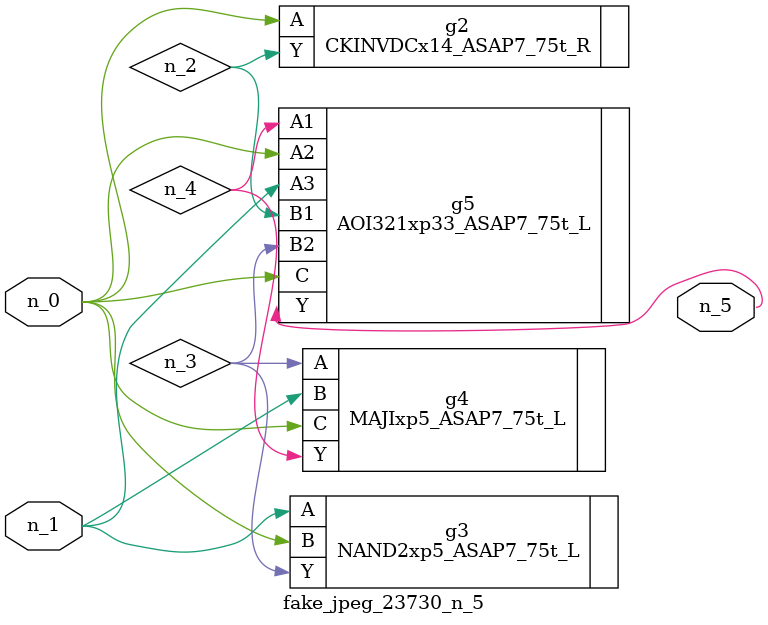
<source format=v>
module fake_jpeg_23730_n_5 (n_0, n_1, n_5);

input n_0;
input n_1;

output n_5;

wire n_2;
wire n_3;
wire n_4;

CKINVDCx14_ASAP7_75t_R g2 ( 
.A(n_0),
.Y(n_2)
);

NAND2xp5_ASAP7_75t_L g3 ( 
.A(n_1),
.B(n_0),
.Y(n_3)
);

MAJIxp5_ASAP7_75t_L g4 ( 
.A(n_3),
.B(n_1),
.C(n_0),
.Y(n_4)
);

AOI321xp33_ASAP7_75t_L g5 ( 
.A1(n_4),
.A2(n_0),
.A3(n_1),
.B1(n_2),
.B2(n_3),
.C(n_0),
.Y(n_5)
);


endmodule
</source>
